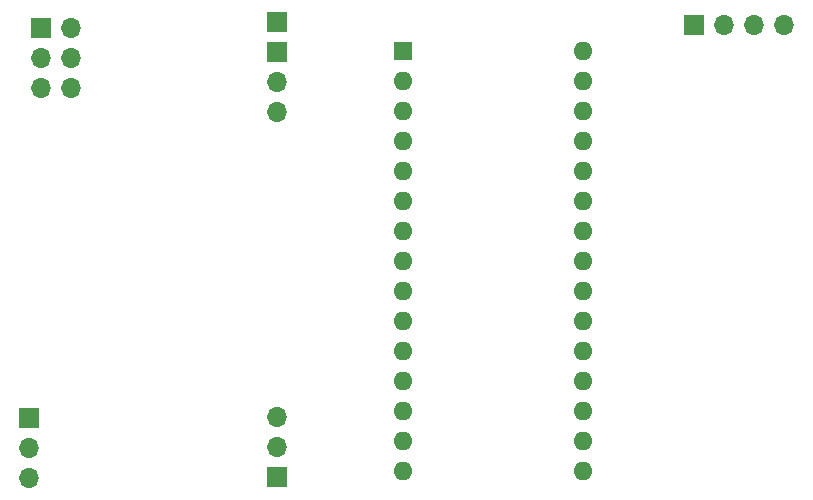
<source format=gbs>
%TF.GenerationSoftware,KiCad,Pcbnew,(5.1.9)-1*%
%TF.CreationDate,2021-01-22T19:23:28+08:00*%
%TF.ProjectId,SmartLight,536d6172-744c-4696-9768-742e6b696361,rev?*%
%TF.SameCoordinates,Original*%
%TF.FileFunction,Soldermask,Bot*%
%TF.FilePolarity,Negative*%
%FSLAX46Y46*%
G04 Gerber Fmt 4.6, Leading zero omitted, Abs format (unit mm)*
G04 Created by KiCad (PCBNEW (5.1.9)-1) date 2021-01-22 19:23:28*
%MOMM*%
%LPD*%
G01*
G04 APERTURE LIST*
%ADD10O,1.700000X1.700000*%
%ADD11R,1.700000X1.700000*%
%ADD12O,1.600000X1.600000*%
%ADD13R,1.600000X1.600000*%
G04 APERTURE END LIST*
D10*
%TO.C,J5*%
X159870000Y-64750000D03*
X157330000Y-64750000D03*
X154790000Y-64750000D03*
D11*
X152250000Y-64750000D03*
%TD*%
D10*
%TO.C,J4*%
X117000000Y-97920000D03*
X117000000Y-100460000D03*
D11*
X117000000Y-103000000D03*
%TD*%
D10*
%TO.C,J3*%
X99540000Y-70080000D03*
X97000000Y-70080000D03*
X99540000Y-67540000D03*
X97000000Y-67540000D03*
X99540000Y-65000000D03*
D11*
X97000000Y-65000000D03*
%TD*%
D10*
%TO.C,J2*%
X117000000Y-72080000D03*
X117000000Y-69540000D03*
D11*
X117000000Y-67000000D03*
X117000000Y-64460000D03*
%TD*%
D10*
%TO.C,J1*%
X96000000Y-103080000D03*
X96000000Y-100540000D03*
D11*
X96000000Y-98000000D03*
%TD*%
D12*
%TO.C,A1*%
X142840000Y-102460000D03*
X127600000Y-102460000D03*
X142840000Y-66900000D03*
X127600000Y-99920000D03*
X142840000Y-69440000D03*
X127600000Y-97380000D03*
X142840000Y-71980000D03*
X127600000Y-94840000D03*
X142840000Y-74520000D03*
X127600000Y-92300000D03*
X142840000Y-77060000D03*
X127600000Y-89760000D03*
X142840000Y-79600000D03*
X127600000Y-87220000D03*
X142840000Y-82140000D03*
X127600000Y-84680000D03*
X142840000Y-84680000D03*
X127600000Y-82140000D03*
X142840000Y-87220000D03*
X127600000Y-79600000D03*
X142840000Y-89760000D03*
X127600000Y-77060000D03*
X142840000Y-92300000D03*
X127600000Y-74520000D03*
X142840000Y-94840000D03*
X127600000Y-71980000D03*
X142840000Y-97380000D03*
X127600000Y-69440000D03*
X142840000Y-99920000D03*
D13*
X127600000Y-66900000D03*
%TD*%
M02*

</source>
